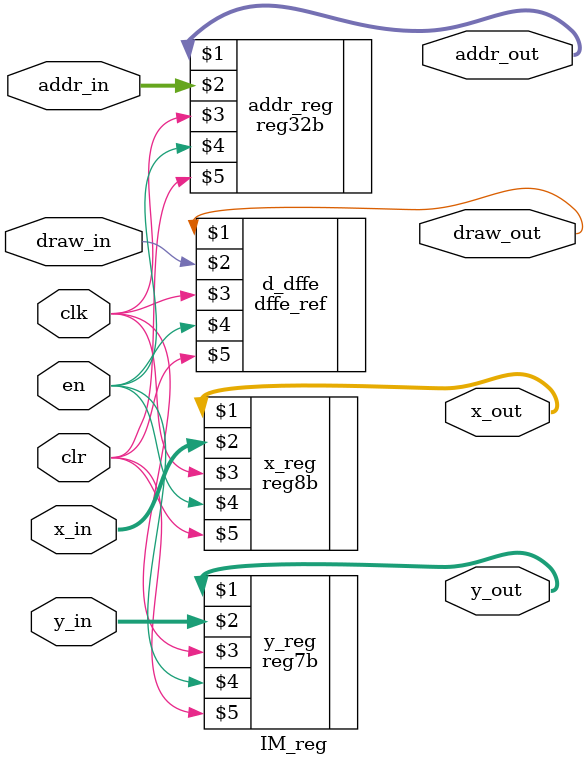
<source format=v>
module IM_reg(  addr_out, x_out, y_out, draw_out,
                addr_in,  x_in,  y_in,  draw_in,
                clk, en, clr);

    input [31:0] addr_in;
    input [7:0] x_in;
    input [6:0] y_in;
    input draw_in;
    input clk, en, clr;

    output [31:0] addr_out;
    output [7:0] x_out;
    output [6:0] y_out;
    output draw_out;

    // 32-bit register for GMEM address
    reg32b addr_reg(addr_out, addr_in, clk, en, clr);

    // 8-bit register for x coordinate
    reg8b x_reg(x_out, x_in, clk, en, clr);

    // 7-bit register for y coordinate
    reg7b y_reg(y_out, y_in, clk, en, clr);

    // dffe for draw status
    dffe_ref d_dffe(draw_out, draw_in, clk, en, clr);

endmodule


</source>
